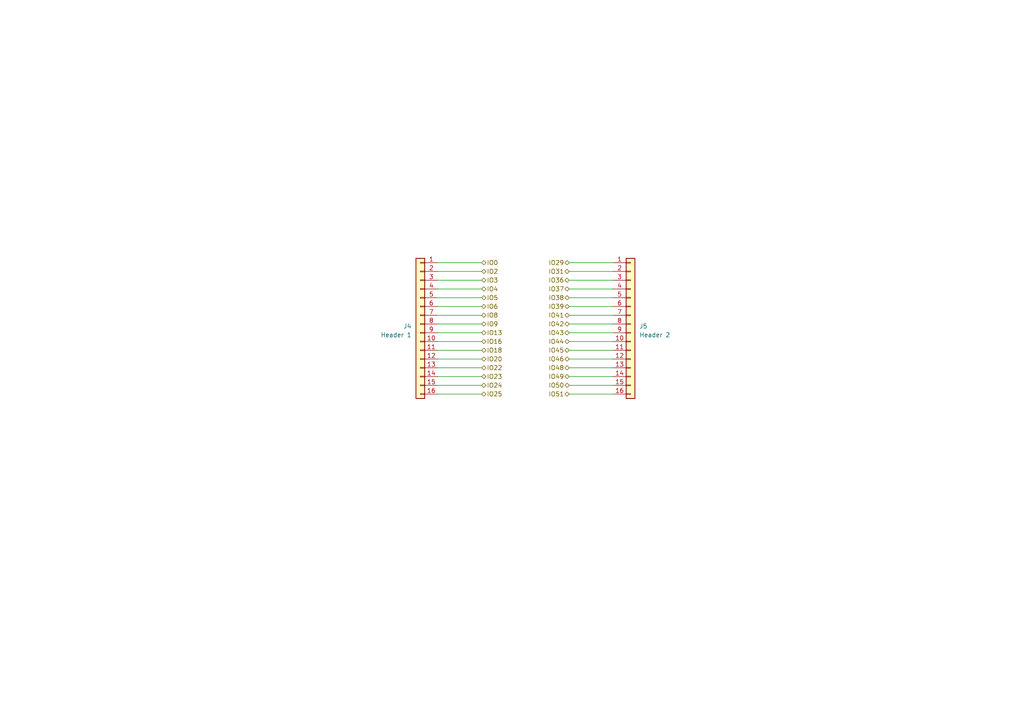
<source format=kicad_sch>
(kicad_sch (version 20230121) (generator eeschema)
  (paper "A4")
  (title_block (title "iCE40 DevBoard") (date "July 2024") (rev "v1"))
  (lib_symbols
    (symbol "Connector_Generic:Conn_01x16" (pin_names (offset 1.016) hide)
      (property "Reference" "J" (at 0 20.32 0))
      (property "Value" "Conn_01x16" (at 0 -22.86 0))
      (symbol "Conn_01x16_1_1"
        (rectangle (start -1.27 -20.193) (end 0 -20.447) (stroke (width 0.1524)))
        (rectangle (start -1.27 -17.653) (end 0 -17.907) (stroke (width 0.1524)))
        (rectangle (start -1.27 -15.113) (end 0 -15.367) (stroke (width 0.1524)))
        (rectangle (start -1.27 -12.573) (end 0 -12.827) (stroke (width 0.1524)))
        (rectangle (start -1.27 -10.033) (end 0 -10.287) (stroke (width 0.1524)))
        (rectangle (start -1.27 -7.493) (end 0 -7.747) (stroke (width 0.1524)))
        (rectangle (start -1.27 -4.953) (end 0 -5.207) (stroke (width 0.1524)))
        (rectangle (start -1.27 -2.413) (end 0 -2.667) (stroke (width 0.1524)))
        (rectangle (start -1.27 0.127) (end 0 -0.127) (stroke (width 0.1524)))
        (rectangle (start -1.27 2.667) (end 0 2.413) (stroke (width 0.1524)))
        (rectangle (start -1.27 5.207) (end 0 4.953) (stroke (width 0.1524)))
        (rectangle (start -1.27 7.747) (end 0 7.493) (stroke (width 0.1524)))
        (rectangle (start -1.27 10.287) (end 0 10.033) (stroke (width 0.1524)))
        (rectangle (start -1.27 12.827) (end 0 12.573) (stroke (width 0.1524)))
        (rectangle (start -1.27 15.367) (end 0 15.113) (stroke (width 0.1524)))
        (rectangle (start -1.27 17.907) (end 0 17.653) (stroke (width 0.1524)))
        (rectangle (start -1.27 19.05) (end 1.27 -21.59) (stroke (width 0.254)) (fill (type background)))
        (pin passive line (at -5.08 17.78 0) (length 3.81) (name "Pin_1") (number "1"))
        (pin passive line (at -5.08 -5.08 0) (length 3.81) (name "Pin_10") (number "10"))
        (pin passive line (at -5.08 -7.62 0) (length 3.81) (name "Pin_11") (number "11"))
        (pin passive line (at -5.08 -10.16 0) (length 3.81) (name "Pin_12") (number "12"))
        (pin passive line (at -5.08 -12.7 0) (length 3.81) (name "Pin_13") (number "13"))
        (pin passive line (at -5.08 -15.24 0) (length 3.81) (name "Pin_14") (number "14"))
        (pin passive line (at -5.08 -17.78 0) (length 3.81) (name "Pin_15") (number "15"))
        (pin passive line (at -5.08 -20.32 0) (length 3.81) (name "Pin_16") (number "16"))
        (pin passive line (at -5.08 15.24 0) (length 3.81) (name "Pin_2") (number "2"))
        (pin passive line (at -5.08 12.7 0) (length 3.81) (name "Pin_3") (number "3"))
        (pin passive line (at -5.08 10.16 0) (length 3.81) (name "Pin_4") (number "4"))
        (pin passive line (at -5.08 7.62 0) (length 3.81) (name "Pin_5") (number "5"))
        (pin passive line (at -5.08 5.08 0) (length 3.81) (name "Pin_6") (number "6"))
        (pin passive line (at -5.08 2.54 0) (length 3.81) (name "Pin_7") (number "7"))
        (pin passive line (at -5.08 0 0) (length 3.81) (name "Pin_8") (number "8"))
        (pin passive line (at -5.08 -2.54 0) (length 3.81) (name "Pin_9") (number "9"))
      )
    )
  )
  (wire (pts (xy 165.1 104.14) (xy 177.8 104.14)))
  (wire (pts (xy 165.1 99.06) (xy 177.8 99.06)))
  (wire (pts (xy 139.7 93.98) (xy 127 93.98)))
  (wire (pts (xy 165.1 109.22) (xy 177.8 109.22)))
  (wire (pts (xy 139.7 76.2) (xy 127 76.2)))
  (wire (pts (xy 165.1 88.9) (xy 177.8 88.9)))
  (wire (pts (xy 165.1 111.76) (xy 177.8 111.76)))
  (wire (pts (xy 139.7 101.6) (xy 127 101.6)))
  (wire (pts (xy 139.7 83.82) (xy 127 83.82)))
  (wire (pts (xy 139.7 114.3) (xy 127 114.3)))
  (wire (pts (xy 139.7 109.22) (xy 127 109.22)))
  (wire (pts (xy 139.7 104.14) (xy 127 104.14)))
  (wire (pts (xy 165.1 76.2) (xy 177.8 76.2)))
  (wire (pts (xy 165.1 83.82) (xy 177.8 83.82)))
  (wire (pts (xy 139.7 88.9) (xy 127 88.9)))
  (wire (pts (xy 165.1 93.98) (xy 177.8 93.98)))
  (wire (pts (xy 165.1 91.44) (xy 177.8 91.44)))
  (wire (pts (xy 165.1 81.28) (xy 177.8 81.28)))
  (wire (pts (xy 139.7 106.68) (xy 127 106.68)))
  (wire (pts (xy 165.1 114.3) (xy 177.8 114.3)))
  (wire (pts (xy 139.7 91.44) (xy 127 91.44)))
  (wire (pts (xy 139.7 81.28) (xy 127 81.28)))
  (wire (pts (xy 139.7 111.76) (xy 127 111.76)))
  (wire (pts (xy 139.7 86.36) (xy 127 86.36)))
  (wire (pts (xy 139.7 96.52) (xy 127 96.52)))
  (wire (pts (xy 165.1 96.52) (xy 177.8 96.52)))
  (wire (pts (xy 139.7 78.74) (xy 127 78.74)))
  (wire (pts (xy 165.1 86.36) (xy 177.8 86.36)))
  (wire (pts (xy 165.1 101.6) (xy 177.8 101.6)))
  (wire (pts (xy 139.7 99.06) (xy 127 99.06)))
  (wire (pts (xy 165.1 78.74) (xy 177.8 78.74)))
  (wire (pts (xy 165.1 106.68) (xy 177.8 106.68)))
  (hierarchical_label "IO31" (shape bidirectional) (at 165.1 78.74 180))
  (hierarchical_label "IO42" (shape bidirectional) (at 165.1 93.98 180))
  (hierarchical_label "IO25" (shape bidirectional) (at 139.7 114.3 0))
  (hierarchical_label "IO49" (shape bidirectional) (at 165.1 109.22 180))
  (hierarchical_label "IO5" (shape bidirectional) (at 139.7 86.36 0))
  (hierarchical_label "IO20" (shape bidirectional) (at 139.7 104.14 0))
  (hierarchical_label "IO16" (shape bidirectional) (at 139.7 99.06 0))
  (hierarchical_label "IO2" (shape bidirectional) (at 139.7 78.74 0))
  (hierarchical_label "IO36" (shape bidirectional) (at 165.1 81.28 180))
  (hierarchical_label "IO29" (shape bidirectional) (at 165.1 76.2 180))
  (hierarchical_label "IO23" (shape bidirectional) (at 139.7 109.22 0))
  (hierarchical_label "IO48" (shape bidirectional) (at 165.1 106.68 180))
  (hierarchical_label "IO9" (shape bidirectional) (at 139.7 93.98 0))
  (hierarchical_label "IO51" (shape bidirectional) (at 165.1 114.3 180))
  (hierarchical_label "IO24" (shape bidirectional) (at 139.7 111.76 0))
  (hierarchical_label "IO3" (shape bidirectional) (at 139.7 81.28 0))
  (hierarchical_label "IO41" (shape bidirectional) (at 165.1 91.44 180))
  (hierarchical_label "IO46" (shape bidirectional) (at 165.1 104.14 180))
  (hierarchical_label "IO22" (shape bidirectional) (at 139.7 106.68 0))
  (hierarchical_label "IO39" (shape bidirectional) (at 165.1 88.9 180))
  (hierarchical_label "IO45" (shape bidirectional) (at 165.1 101.6 180))
  (hierarchical_label "IO37" (shape bidirectional) (at 165.1 83.82 180))
  (hierarchical_label "IO18" (shape bidirectional) (at 139.7 101.6 0))
  (hierarchical_label "IO8" (shape bidirectional) (at 139.7 91.44 0))
  (hierarchical_label "IO50" (shape bidirectional) (at 165.1 111.76 180))
  (hierarchical_label "IO44" (shape bidirectional) (at 165.1 99.06 180))
  (hierarchical_label "IO4" (shape bidirectional) (at 139.7 83.82 0))
  (hierarchical_label "IO6" (shape bidirectional) (at 139.7 88.9 0))
  (hierarchical_label "IO0" (shape bidirectional) (at 139.7 76.2 0))
  (hierarchical_label "IO38" (shape bidirectional) (at 165.1 86.36 180))
  (hierarchical_label "IO43" (shape bidirectional) (at 165.1 96.52 180))
  (hierarchical_label "IO13" (shape bidirectional) (at 139.7 96.52 0))
  (symbol (lib_id "Connector_Generic:Conn_01x16") (at 182.88 93.98 0) (unit 1)
    (property "Reference" "J5" (at 185.42 94.615 0) (effects (justify left)))
    (property "Value" "Header 2" (at 185.42 97.155 0) (effects (justify left)))
    (property "Footprint" "Connector_PinHeader_2.54mm:PinHeader_1x16_P2.54mm_Vertical" (effects hide))
  )
  (symbol (lib_id "Connector_Generic:Conn_01x16") (at 121.92 93.98 0) (mirror y) (unit 1)
    (property "Reference" "J4" (at 119.38 94.615 0) (effects (justify left)))
    (property "Value" "Header 1" (at 119.38 97.155 0) (effects (justify left)))
    (property "Footprint" "Connector_PinHeader_2.54mm:PinHeader_1x16_P2.54mm_Vertical" (effects hide))
  )
)
</source>
